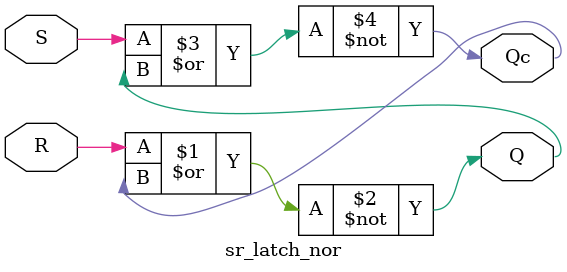
<source format=v>
/*
Modeling:
	Switch Level [MOS simulation]
	Gate Level modeling [ primitive logic gate ]
	Dataflow   modeling [ assign ]
	Behavioral modeling [ always ] [ Sequential Circuit ]
	
	Dataflow + Behavioral => RTL (Register transfer level)

	
Basic Gates (8 + 4)
    and, nand, or, nor, xor, xnor, not, buf
  Tri-state
    bufif0, bufif1, notif0, notif1
*/

module 
sr_latch_nor(Q, Qc, S, R);  //<- semicolon !!

   input   S, R;
   output  Q, Qc;
   
   // Do AND on an array = Do AND on every bit!!!!!!!!!!!!!!!!
   assign Q  = ~(R | Qc);
   assign Qc = ~(S | Q);

endmodule  //<- NO semicolon !!
</source>
